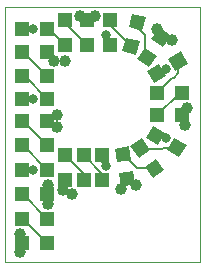
<source format=gtl>
G75*
%MOIN*%
%OFA0B0*%
%FSLAX24Y24*%
%IPPOS*%
%LPD*%
%AMOC8*
5,1,8,0,0,1.08239X$1,22.5*
%
%ADD10C,0.0000*%
%ADD11R,0.0472X0.0472*%
%ADD12R,0.0472X0.0472*%
%ADD13C,0.0397*%
%ADD14C,0.0060*%
%ADD15C,0.0317*%
D10*
X002392Y002517D02*
X002392Y011017D01*
X008892Y011017D01*
X008892Y002517D01*
X002392Y002517D01*
D11*
X002978Y003142D03*
X002978Y003954D03*
X002978Y004767D03*
X002978Y005579D03*
X002978Y006392D03*
X002978Y007204D03*
X002978Y007954D03*
X002978Y008704D03*
X002978Y009517D03*
X002978Y010267D03*
X003805Y010267D03*
X004392Y010555D03*
X005142Y010555D03*
X005892Y010555D03*
X005892Y009728D03*
X005142Y009728D03*
X004392Y009728D03*
X003805Y009517D03*
X003805Y008704D03*
X003805Y007954D03*
X003805Y007204D03*
X003805Y006392D03*
X004392Y006055D03*
X005017Y006055D03*
X005642Y006055D03*
X005642Y005228D03*
X005017Y005228D03*
X004392Y005228D03*
X003805Y005579D03*
X003805Y004767D03*
X003805Y003954D03*
X003805Y003142D03*
X007478Y007392D03*
X007478Y008142D03*
X008305Y008142D03*
X008305Y007392D03*
D12*
G36*
X007087Y006637D02*
X007323Y007045D01*
X007731Y006809D01*
X007495Y006401D01*
X007087Y006637D01*
G37*
G36*
X006578Y006361D02*
X006963Y006632D01*
X007234Y006247D01*
X006849Y005976D01*
X006578Y006361D01*
G37*
G36*
X006049Y006285D02*
X006513Y006367D01*
X006595Y005903D01*
X006131Y005821D01*
X006049Y006285D01*
G37*
G36*
X006193Y005471D02*
X006657Y005553D01*
X006739Y005089D01*
X006275Y005007D01*
X006193Y005471D01*
G37*
G36*
X007052Y005683D02*
X007437Y005954D01*
X007708Y005569D01*
X007323Y005298D01*
X007052Y005683D01*
G37*
G36*
X007803Y006224D02*
X008039Y006632D01*
X008447Y006396D01*
X008211Y005988D01*
X007803Y006224D01*
G37*
G36*
X007362Y008465D02*
X007126Y008873D01*
X007534Y009109D01*
X007770Y008701D01*
X007362Y008465D01*
G37*
G36*
X007189Y008990D02*
X006804Y009261D01*
X007075Y009646D01*
X007460Y009375D01*
X007189Y008990D01*
G37*
G36*
X006757Y009402D02*
X006302Y009525D01*
X006425Y009980D01*
X006880Y009857D01*
X006757Y009402D01*
G37*
G36*
X007663Y009667D02*
X007278Y009938D01*
X007549Y010323D01*
X007934Y010052D01*
X007663Y009667D01*
G37*
G36*
X008078Y008878D02*
X007842Y009286D01*
X008250Y009522D01*
X008486Y009114D01*
X008078Y008878D01*
G37*
G36*
X006971Y010200D02*
X006516Y010323D01*
X006639Y010778D01*
X007094Y010655D01*
X006971Y010200D01*
G37*
D13*
X007454Y010267D03*
X007954Y009892D03*
X008454Y007642D03*
X008392Y007079D03*
X006767Y005079D03*
X006267Y004954D03*
X004642Y004767D03*
X004329Y004892D03*
X003829Y005079D03*
X003829Y004454D03*
X002892Y003454D03*
X002892Y002829D03*
X004142Y007017D03*
X004142Y007392D03*
X004017Y009204D03*
X004392Y009204D03*
X004892Y010704D03*
X005392Y010704D03*
D14*
X005291Y010704D01*
X005142Y010555D01*
X004993Y010704D01*
X004892Y010704D01*
X004392Y010555D02*
X004392Y010478D01*
X005142Y009728D01*
X005767Y009728D02*
X005767Y010079D01*
X005892Y010390D02*
X006591Y009691D01*
X007079Y009371D02*
X007079Y010079D01*
X006805Y010354D01*
X006805Y010489D01*
X007454Y010267D02*
X007454Y010147D01*
X007606Y009995D01*
X007710Y009892D01*
X007954Y009892D01*
X008164Y009200D02*
X008164Y008789D01*
X008017Y008642D01*
X007978Y008642D01*
X007478Y008142D01*
X007448Y008761D02*
X007448Y008787D01*
X007600Y008787D01*
X007767Y008954D01*
X007132Y009318D02*
X007079Y009371D01*
X005892Y009728D02*
X005767Y009728D01*
X005892Y010390D02*
X005892Y010555D01*
X004392Y009728D02*
X003853Y010267D01*
X003805Y010267D01*
X003329Y010267D02*
X002978Y010267D01*
X002978Y009517D02*
X002993Y009517D01*
X003805Y008704D01*
X004017Y009204D02*
X004392Y009204D01*
X004017Y009204D02*
X003805Y009416D01*
X003805Y009517D01*
X003055Y008704D02*
X003805Y007954D01*
X003329Y007954D02*
X002978Y007954D01*
X002978Y007204D02*
X002993Y007204D01*
X003805Y006392D01*
X004142Y007017D02*
X004142Y007392D01*
X003993Y007392D01*
X003805Y007204D01*
X002993Y006392D02*
X003805Y005579D01*
X003329Y005579D02*
X002978Y005579D01*
X002829Y005579D01*
X002978Y004767D02*
X002993Y004767D01*
X003805Y003954D01*
X003829Y004454D02*
X003829Y004743D01*
X003805Y004767D01*
X003829Y004791D01*
X003829Y005079D01*
X004329Y004892D02*
X004517Y004892D01*
X004642Y004767D01*
X004392Y004954D02*
X004329Y004892D01*
X004392Y004954D02*
X004392Y005228D01*
X005017Y005228D02*
X005017Y005430D01*
X004392Y006055D01*
X005017Y006055D02*
X005642Y005430D01*
X005642Y005228D01*
X005767Y005704D02*
X005642Y005829D01*
X005642Y006055D01*
X006322Y006094D02*
X006790Y005626D01*
X007380Y005626D01*
X007642Y006267D02*
X006942Y006267D01*
X006906Y006304D01*
X007409Y006723D02*
X007622Y006723D01*
X007767Y006642D01*
X007685Y006310D02*
X007642Y006267D01*
X007685Y006310D02*
X008125Y006310D01*
X008392Y007079D02*
X008392Y007305D01*
X008305Y007392D01*
X008454Y007541D01*
X008454Y007642D01*
X008305Y008142D02*
X008228Y008142D01*
X007478Y007392D01*
X006566Y005280D02*
X006767Y005079D01*
X006566Y005280D02*
X006466Y005280D01*
X006466Y005153D01*
X006267Y004954D01*
X003805Y003142D02*
X002993Y003954D01*
X002978Y003954D01*
X002892Y003454D02*
X002829Y003454D01*
X002892Y003454D02*
X002892Y003228D01*
X002978Y003142D01*
X002892Y003055D01*
X002892Y002829D01*
X002978Y006392D02*
X002993Y006392D01*
X002978Y008704D02*
X003055Y008704D01*
D15*
X003329Y007954D03*
X003329Y010267D03*
X005767Y010079D03*
X007767Y008954D03*
X007767Y006642D03*
X005767Y005704D03*
X003329Y005579D03*
M02*

</source>
